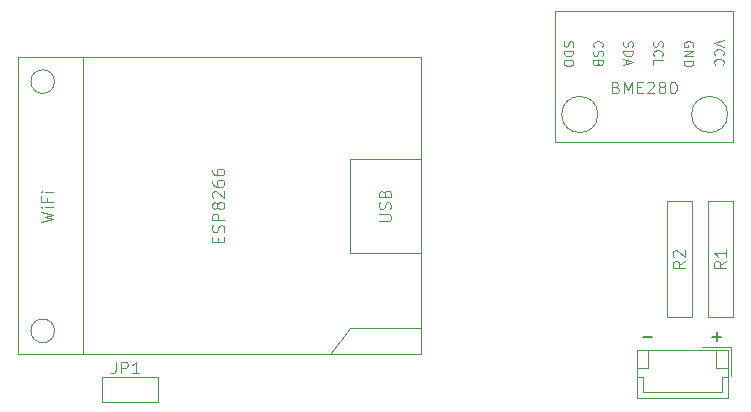
<source format=gbr>
%TF.GenerationSoftware,KiCad,Pcbnew,8.0.5*%
%TF.CreationDate,2024-10-20T20:04:23+02:00*%
%TF.ProjectId,weather,77656174-6865-4722-9e6b-696361645f70,rev?*%
%TF.SameCoordinates,Original*%
%TF.FileFunction,Legend,Top*%
%TF.FilePolarity,Positive*%
%FSLAX46Y46*%
G04 Gerber Fmt 4.6, Leading zero omitted, Abs format (unit mm)*
G04 Created by KiCad (PCBNEW 8.0.5) date 2024-10-20 20:04:23*
%MOMM*%
%LPD*%
G01*
G04 APERTURE LIST*
%ADD10C,0.100000*%
%ADD11C,0.150000*%
%ADD12C,0.120000*%
G04 APERTURE END LIST*
D10*
X116457419Y-89666666D02*
X115981228Y-89999999D01*
X116457419Y-90238094D02*
X115457419Y-90238094D01*
X115457419Y-90238094D02*
X115457419Y-89857142D01*
X115457419Y-89857142D02*
X115505038Y-89761904D01*
X115505038Y-89761904D02*
X115552657Y-89714285D01*
X115552657Y-89714285D02*
X115647895Y-89666666D01*
X115647895Y-89666666D02*
X115790752Y-89666666D01*
X115790752Y-89666666D02*
X115885990Y-89714285D01*
X115885990Y-89714285D02*
X115933609Y-89761904D01*
X115933609Y-89761904D02*
X115981228Y-89857142D01*
X115981228Y-89857142D02*
X115981228Y-90238094D01*
X116457419Y-88714285D02*
X116457419Y-89285713D01*
X116457419Y-88999999D02*
X115457419Y-88999999D01*
X115457419Y-88999999D02*
X115600276Y-89095237D01*
X115600276Y-89095237D02*
X115695514Y-89190475D01*
X115695514Y-89190475D02*
X115743133Y-89285713D01*
X112957419Y-89666666D02*
X112481228Y-89999999D01*
X112957419Y-90238094D02*
X111957419Y-90238094D01*
X111957419Y-90238094D02*
X111957419Y-89857142D01*
X111957419Y-89857142D02*
X112005038Y-89761904D01*
X112005038Y-89761904D02*
X112052657Y-89714285D01*
X112052657Y-89714285D02*
X112147895Y-89666666D01*
X112147895Y-89666666D02*
X112290752Y-89666666D01*
X112290752Y-89666666D02*
X112385990Y-89714285D01*
X112385990Y-89714285D02*
X112433609Y-89761904D01*
X112433609Y-89761904D02*
X112481228Y-89857142D01*
X112481228Y-89857142D02*
X112481228Y-90238094D01*
X112052657Y-89285713D02*
X112005038Y-89238094D01*
X112005038Y-89238094D02*
X111957419Y-89142856D01*
X111957419Y-89142856D02*
X111957419Y-88904761D01*
X111957419Y-88904761D02*
X112005038Y-88809523D01*
X112005038Y-88809523D02*
X112052657Y-88761904D01*
X112052657Y-88761904D02*
X112147895Y-88714285D01*
X112147895Y-88714285D02*
X112243133Y-88714285D01*
X112243133Y-88714285D02*
X112385990Y-88761904D01*
X112385990Y-88761904D02*
X112957419Y-89333332D01*
X112957419Y-89333332D02*
X112957419Y-88714285D01*
X73433609Y-88055237D02*
X73433609Y-87721904D01*
X73957419Y-87579047D02*
X73957419Y-88055237D01*
X73957419Y-88055237D02*
X72957419Y-88055237D01*
X72957419Y-88055237D02*
X72957419Y-87579047D01*
X73909800Y-87198094D02*
X73957419Y-87055237D01*
X73957419Y-87055237D02*
X73957419Y-86817142D01*
X73957419Y-86817142D02*
X73909800Y-86721904D01*
X73909800Y-86721904D02*
X73862180Y-86674285D01*
X73862180Y-86674285D02*
X73766942Y-86626666D01*
X73766942Y-86626666D02*
X73671704Y-86626666D01*
X73671704Y-86626666D02*
X73576466Y-86674285D01*
X73576466Y-86674285D02*
X73528847Y-86721904D01*
X73528847Y-86721904D02*
X73481228Y-86817142D01*
X73481228Y-86817142D02*
X73433609Y-87007618D01*
X73433609Y-87007618D02*
X73385990Y-87102856D01*
X73385990Y-87102856D02*
X73338371Y-87150475D01*
X73338371Y-87150475D02*
X73243133Y-87198094D01*
X73243133Y-87198094D02*
X73147895Y-87198094D01*
X73147895Y-87198094D02*
X73052657Y-87150475D01*
X73052657Y-87150475D02*
X73005038Y-87102856D01*
X73005038Y-87102856D02*
X72957419Y-87007618D01*
X72957419Y-87007618D02*
X72957419Y-86769523D01*
X72957419Y-86769523D02*
X73005038Y-86626666D01*
X73957419Y-86198094D02*
X72957419Y-86198094D01*
X72957419Y-86198094D02*
X72957419Y-85817142D01*
X72957419Y-85817142D02*
X73005038Y-85721904D01*
X73005038Y-85721904D02*
X73052657Y-85674285D01*
X73052657Y-85674285D02*
X73147895Y-85626666D01*
X73147895Y-85626666D02*
X73290752Y-85626666D01*
X73290752Y-85626666D02*
X73385990Y-85674285D01*
X73385990Y-85674285D02*
X73433609Y-85721904D01*
X73433609Y-85721904D02*
X73481228Y-85817142D01*
X73481228Y-85817142D02*
X73481228Y-86198094D01*
X73385990Y-85055237D02*
X73338371Y-85150475D01*
X73338371Y-85150475D02*
X73290752Y-85198094D01*
X73290752Y-85198094D02*
X73195514Y-85245713D01*
X73195514Y-85245713D02*
X73147895Y-85245713D01*
X73147895Y-85245713D02*
X73052657Y-85198094D01*
X73052657Y-85198094D02*
X73005038Y-85150475D01*
X73005038Y-85150475D02*
X72957419Y-85055237D01*
X72957419Y-85055237D02*
X72957419Y-84864761D01*
X72957419Y-84864761D02*
X73005038Y-84769523D01*
X73005038Y-84769523D02*
X73052657Y-84721904D01*
X73052657Y-84721904D02*
X73147895Y-84674285D01*
X73147895Y-84674285D02*
X73195514Y-84674285D01*
X73195514Y-84674285D02*
X73290752Y-84721904D01*
X73290752Y-84721904D02*
X73338371Y-84769523D01*
X73338371Y-84769523D02*
X73385990Y-84864761D01*
X73385990Y-84864761D02*
X73385990Y-85055237D01*
X73385990Y-85055237D02*
X73433609Y-85150475D01*
X73433609Y-85150475D02*
X73481228Y-85198094D01*
X73481228Y-85198094D02*
X73576466Y-85245713D01*
X73576466Y-85245713D02*
X73766942Y-85245713D01*
X73766942Y-85245713D02*
X73862180Y-85198094D01*
X73862180Y-85198094D02*
X73909800Y-85150475D01*
X73909800Y-85150475D02*
X73957419Y-85055237D01*
X73957419Y-85055237D02*
X73957419Y-84864761D01*
X73957419Y-84864761D02*
X73909800Y-84769523D01*
X73909800Y-84769523D02*
X73862180Y-84721904D01*
X73862180Y-84721904D02*
X73766942Y-84674285D01*
X73766942Y-84674285D02*
X73576466Y-84674285D01*
X73576466Y-84674285D02*
X73481228Y-84721904D01*
X73481228Y-84721904D02*
X73433609Y-84769523D01*
X73433609Y-84769523D02*
X73385990Y-84864761D01*
X73052657Y-84293332D02*
X73005038Y-84245713D01*
X73005038Y-84245713D02*
X72957419Y-84150475D01*
X72957419Y-84150475D02*
X72957419Y-83912380D01*
X72957419Y-83912380D02*
X73005038Y-83817142D01*
X73005038Y-83817142D02*
X73052657Y-83769523D01*
X73052657Y-83769523D02*
X73147895Y-83721904D01*
X73147895Y-83721904D02*
X73243133Y-83721904D01*
X73243133Y-83721904D02*
X73385990Y-83769523D01*
X73385990Y-83769523D02*
X73957419Y-84340951D01*
X73957419Y-84340951D02*
X73957419Y-83721904D01*
X72957419Y-82864761D02*
X72957419Y-83055237D01*
X72957419Y-83055237D02*
X73005038Y-83150475D01*
X73005038Y-83150475D02*
X73052657Y-83198094D01*
X73052657Y-83198094D02*
X73195514Y-83293332D01*
X73195514Y-83293332D02*
X73385990Y-83340951D01*
X73385990Y-83340951D02*
X73766942Y-83340951D01*
X73766942Y-83340951D02*
X73862180Y-83293332D01*
X73862180Y-83293332D02*
X73909800Y-83245713D01*
X73909800Y-83245713D02*
X73957419Y-83150475D01*
X73957419Y-83150475D02*
X73957419Y-82959999D01*
X73957419Y-82959999D02*
X73909800Y-82864761D01*
X73909800Y-82864761D02*
X73862180Y-82817142D01*
X73862180Y-82817142D02*
X73766942Y-82769523D01*
X73766942Y-82769523D02*
X73528847Y-82769523D01*
X73528847Y-82769523D02*
X73433609Y-82817142D01*
X73433609Y-82817142D02*
X73385990Y-82864761D01*
X73385990Y-82864761D02*
X73338371Y-82959999D01*
X73338371Y-82959999D02*
X73338371Y-83150475D01*
X73338371Y-83150475D02*
X73385990Y-83245713D01*
X73385990Y-83245713D02*
X73433609Y-83293332D01*
X73433609Y-83293332D02*
X73528847Y-83340951D01*
X72957419Y-81912380D02*
X72957419Y-82102856D01*
X72957419Y-82102856D02*
X73005038Y-82198094D01*
X73005038Y-82198094D02*
X73052657Y-82245713D01*
X73052657Y-82245713D02*
X73195514Y-82340951D01*
X73195514Y-82340951D02*
X73385990Y-82388570D01*
X73385990Y-82388570D02*
X73766942Y-82388570D01*
X73766942Y-82388570D02*
X73862180Y-82340951D01*
X73862180Y-82340951D02*
X73909800Y-82293332D01*
X73909800Y-82293332D02*
X73957419Y-82198094D01*
X73957419Y-82198094D02*
X73957419Y-82007618D01*
X73957419Y-82007618D02*
X73909800Y-81912380D01*
X73909800Y-81912380D02*
X73862180Y-81864761D01*
X73862180Y-81864761D02*
X73766942Y-81817142D01*
X73766942Y-81817142D02*
X73528847Y-81817142D01*
X73528847Y-81817142D02*
X73433609Y-81864761D01*
X73433609Y-81864761D02*
X73385990Y-81912380D01*
X73385990Y-81912380D02*
X73338371Y-82007618D01*
X73338371Y-82007618D02*
X73338371Y-82198094D01*
X73338371Y-82198094D02*
X73385990Y-82293332D01*
X73385990Y-82293332D02*
X73433609Y-82340951D01*
X73433609Y-82340951D02*
X73528847Y-82388570D01*
X58472419Y-86351353D02*
X59472419Y-86113258D01*
X59472419Y-86113258D02*
X58758133Y-85922782D01*
X58758133Y-85922782D02*
X59472419Y-85732306D01*
X59472419Y-85732306D02*
X58472419Y-85494211D01*
X59472419Y-85113258D02*
X58805752Y-85113258D01*
X58472419Y-85113258D02*
X58520038Y-85160877D01*
X58520038Y-85160877D02*
X58567657Y-85113258D01*
X58567657Y-85113258D02*
X58520038Y-85065639D01*
X58520038Y-85065639D02*
X58472419Y-85113258D01*
X58472419Y-85113258D02*
X58567657Y-85113258D01*
X58948609Y-84303735D02*
X58948609Y-84637068D01*
X59472419Y-84637068D02*
X58472419Y-84637068D01*
X58472419Y-84637068D02*
X58472419Y-84160878D01*
X59472419Y-83779925D02*
X58805752Y-83779925D01*
X58472419Y-83779925D02*
X58520038Y-83827544D01*
X58520038Y-83827544D02*
X58567657Y-83779925D01*
X58567657Y-83779925D02*
X58520038Y-83732306D01*
X58520038Y-83732306D02*
X58472419Y-83779925D01*
X58472419Y-83779925D02*
X58567657Y-83779925D01*
X87072419Y-86256115D02*
X87881942Y-86256115D01*
X87881942Y-86256115D02*
X87977180Y-86208496D01*
X87977180Y-86208496D02*
X88024800Y-86160877D01*
X88024800Y-86160877D02*
X88072419Y-86065639D01*
X88072419Y-86065639D02*
X88072419Y-85875163D01*
X88072419Y-85875163D02*
X88024800Y-85779925D01*
X88024800Y-85779925D02*
X87977180Y-85732306D01*
X87977180Y-85732306D02*
X87881942Y-85684687D01*
X87881942Y-85684687D02*
X87072419Y-85684687D01*
X88024800Y-85256115D02*
X88072419Y-85113258D01*
X88072419Y-85113258D02*
X88072419Y-84875163D01*
X88072419Y-84875163D02*
X88024800Y-84779925D01*
X88024800Y-84779925D02*
X87977180Y-84732306D01*
X87977180Y-84732306D02*
X87881942Y-84684687D01*
X87881942Y-84684687D02*
X87786704Y-84684687D01*
X87786704Y-84684687D02*
X87691466Y-84732306D01*
X87691466Y-84732306D02*
X87643847Y-84779925D01*
X87643847Y-84779925D02*
X87596228Y-84875163D01*
X87596228Y-84875163D02*
X87548609Y-85065639D01*
X87548609Y-85065639D02*
X87500990Y-85160877D01*
X87500990Y-85160877D02*
X87453371Y-85208496D01*
X87453371Y-85208496D02*
X87358133Y-85256115D01*
X87358133Y-85256115D02*
X87262895Y-85256115D01*
X87262895Y-85256115D02*
X87167657Y-85208496D01*
X87167657Y-85208496D02*
X87120038Y-85160877D01*
X87120038Y-85160877D02*
X87072419Y-85065639D01*
X87072419Y-85065639D02*
X87072419Y-84827544D01*
X87072419Y-84827544D02*
X87120038Y-84684687D01*
X87548609Y-83922782D02*
X87596228Y-83779925D01*
X87596228Y-83779925D02*
X87643847Y-83732306D01*
X87643847Y-83732306D02*
X87739085Y-83684687D01*
X87739085Y-83684687D02*
X87881942Y-83684687D01*
X87881942Y-83684687D02*
X87977180Y-83732306D01*
X87977180Y-83732306D02*
X88024800Y-83779925D01*
X88024800Y-83779925D02*
X88072419Y-83875163D01*
X88072419Y-83875163D02*
X88072419Y-84256115D01*
X88072419Y-84256115D02*
X87072419Y-84256115D01*
X87072419Y-84256115D02*
X87072419Y-83922782D01*
X87072419Y-83922782D02*
X87120038Y-83827544D01*
X87120038Y-83827544D02*
X87167657Y-83779925D01*
X87167657Y-83779925D02*
X87262895Y-83732306D01*
X87262895Y-83732306D02*
X87358133Y-83732306D01*
X87358133Y-83732306D02*
X87453371Y-83779925D01*
X87453371Y-83779925D02*
X87500990Y-83827544D01*
X87500990Y-83827544D02*
X87548609Y-83922782D01*
X87548609Y-83922782D02*
X87548609Y-84256115D01*
X107119047Y-74933609D02*
X107261904Y-74981228D01*
X107261904Y-74981228D02*
X107309523Y-75028847D01*
X107309523Y-75028847D02*
X107357142Y-75124085D01*
X107357142Y-75124085D02*
X107357142Y-75266942D01*
X107357142Y-75266942D02*
X107309523Y-75362180D01*
X107309523Y-75362180D02*
X107261904Y-75409800D01*
X107261904Y-75409800D02*
X107166666Y-75457419D01*
X107166666Y-75457419D02*
X106785714Y-75457419D01*
X106785714Y-75457419D02*
X106785714Y-74457419D01*
X106785714Y-74457419D02*
X107119047Y-74457419D01*
X107119047Y-74457419D02*
X107214285Y-74505038D01*
X107214285Y-74505038D02*
X107261904Y-74552657D01*
X107261904Y-74552657D02*
X107309523Y-74647895D01*
X107309523Y-74647895D02*
X107309523Y-74743133D01*
X107309523Y-74743133D02*
X107261904Y-74838371D01*
X107261904Y-74838371D02*
X107214285Y-74885990D01*
X107214285Y-74885990D02*
X107119047Y-74933609D01*
X107119047Y-74933609D02*
X106785714Y-74933609D01*
X107785714Y-75457419D02*
X107785714Y-74457419D01*
X107785714Y-74457419D02*
X108119047Y-75171704D01*
X108119047Y-75171704D02*
X108452380Y-74457419D01*
X108452380Y-74457419D02*
X108452380Y-75457419D01*
X108928571Y-74933609D02*
X109261904Y-74933609D01*
X109404761Y-75457419D02*
X108928571Y-75457419D01*
X108928571Y-75457419D02*
X108928571Y-74457419D01*
X108928571Y-74457419D02*
X109404761Y-74457419D01*
X109785714Y-74552657D02*
X109833333Y-74505038D01*
X109833333Y-74505038D02*
X109928571Y-74457419D01*
X109928571Y-74457419D02*
X110166666Y-74457419D01*
X110166666Y-74457419D02*
X110261904Y-74505038D01*
X110261904Y-74505038D02*
X110309523Y-74552657D01*
X110309523Y-74552657D02*
X110357142Y-74647895D01*
X110357142Y-74647895D02*
X110357142Y-74743133D01*
X110357142Y-74743133D02*
X110309523Y-74885990D01*
X110309523Y-74885990D02*
X109738095Y-75457419D01*
X109738095Y-75457419D02*
X110357142Y-75457419D01*
X110928571Y-74885990D02*
X110833333Y-74838371D01*
X110833333Y-74838371D02*
X110785714Y-74790752D01*
X110785714Y-74790752D02*
X110738095Y-74695514D01*
X110738095Y-74695514D02*
X110738095Y-74647895D01*
X110738095Y-74647895D02*
X110785714Y-74552657D01*
X110785714Y-74552657D02*
X110833333Y-74505038D01*
X110833333Y-74505038D02*
X110928571Y-74457419D01*
X110928571Y-74457419D02*
X111119047Y-74457419D01*
X111119047Y-74457419D02*
X111214285Y-74505038D01*
X111214285Y-74505038D02*
X111261904Y-74552657D01*
X111261904Y-74552657D02*
X111309523Y-74647895D01*
X111309523Y-74647895D02*
X111309523Y-74695514D01*
X111309523Y-74695514D02*
X111261904Y-74790752D01*
X111261904Y-74790752D02*
X111214285Y-74838371D01*
X111214285Y-74838371D02*
X111119047Y-74885990D01*
X111119047Y-74885990D02*
X110928571Y-74885990D01*
X110928571Y-74885990D02*
X110833333Y-74933609D01*
X110833333Y-74933609D02*
X110785714Y-74981228D01*
X110785714Y-74981228D02*
X110738095Y-75076466D01*
X110738095Y-75076466D02*
X110738095Y-75266942D01*
X110738095Y-75266942D02*
X110785714Y-75362180D01*
X110785714Y-75362180D02*
X110833333Y-75409800D01*
X110833333Y-75409800D02*
X110928571Y-75457419D01*
X110928571Y-75457419D02*
X111119047Y-75457419D01*
X111119047Y-75457419D02*
X111214285Y-75409800D01*
X111214285Y-75409800D02*
X111261904Y-75362180D01*
X111261904Y-75362180D02*
X111309523Y-75266942D01*
X111309523Y-75266942D02*
X111309523Y-75076466D01*
X111309523Y-75076466D02*
X111261904Y-74981228D01*
X111261904Y-74981228D02*
X111214285Y-74933609D01*
X111214285Y-74933609D02*
X111119047Y-74885990D01*
X111928571Y-74457419D02*
X112023809Y-74457419D01*
X112023809Y-74457419D02*
X112119047Y-74505038D01*
X112119047Y-74505038D02*
X112166666Y-74552657D01*
X112166666Y-74552657D02*
X112214285Y-74647895D01*
X112214285Y-74647895D02*
X112261904Y-74838371D01*
X112261904Y-74838371D02*
X112261904Y-75076466D01*
X112261904Y-75076466D02*
X112214285Y-75266942D01*
X112214285Y-75266942D02*
X112166666Y-75362180D01*
X112166666Y-75362180D02*
X112119047Y-75409800D01*
X112119047Y-75409800D02*
X112023809Y-75457419D01*
X112023809Y-75457419D02*
X111928571Y-75457419D01*
X111928571Y-75457419D02*
X111833333Y-75409800D01*
X111833333Y-75409800D02*
X111785714Y-75362180D01*
X111785714Y-75362180D02*
X111738095Y-75266942D01*
X111738095Y-75266942D02*
X111690476Y-75076466D01*
X111690476Y-75076466D02*
X111690476Y-74838371D01*
X111690476Y-74838371D02*
X111738095Y-74647895D01*
X111738095Y-74647895D02*
X111785714Y-74552657D01*
X111785714Y-74552657D02*
X111833333Y-74505038D01*
X111833333Y-74505038D02*
X111928571Y-74457419D01*
X107811200Y-71028169D02*
X107773104Y-71142455D01*
X107773104Y-71142455D02*
X107773104Y-71332931D01*
X107773104Y-71332931D02*
X107811200Y-71409122D01*
X107811200Y-71409122D02*
X107849295Y-71447217D01*
X107849295Y-71447217D02*
X107925485Y-71485312D01*
X107925485Y-71485312D02*
X108001676Y-71485312D01*
X108001676Y-71485312D02*
X108077866Y-71447217D01*
X108077866Y-71447217D02*
X108115961Y-71409122D01*
X108115961Y-71409122D02*
X108154057Y-71332931D01*
X108154057Y-71332931D02*
X108192152Y-71180550D01*
X108192152Y-71180550D02*
X108230247Y-71104360D01*
X108230247Y-71104360D02*
X108268342Y-71066265D01*
X108268342Y-71066265D02*
X108344533Y-71028169D01*
X108344533Y-71028169D02*
X108420723Y-71028169D01*
X108420723Y-71028169D02*
X108496914Y-71066265D01*
X108496914Y-71066265D02*
X108535009Y-71104360D01*
X108535009Y-71104360D02*
X108573104Y-71180550D01*
X108573104Y-71180550D02*
X108573104Y-71371027D01*
X108573104Y-71371027D02*
X108535009Y-71485312D01*
X107773104Y-71828170D02*
X108573104Y-71828170D01*
X108573104Y-71828170D02*
X108573104Y-72018646D01*
X108573104Y-72018646D02*
X108535009Y-72132932D01*
X108535009Y-72132932D02*
X108458819Y-72209122D01*
X108458819Y-72209122D02*
X108382628Y-72247217D01*
X108382628Y-72247217D02*
X108230247Y-72285313D01*
X108230247Y-72285313D02*
X108115961Y-72285313D01*
X108115961Y-72285313D02*
X107963580Y-72247217D01*
X107963580Y-72247217D02*
X107887390Y-72209122D01*
X107887390Y-72209122D02*
X107811200Y-72132932D01*
X107811200Y-72132932D02*
X107773104Y-72018646D01*
X107773104Y-72018646D02*
X107773104Y-71828170D01*
X108001676Y-72590074D02*
X108001676Y-72971027D01*
X107773104Y-72513884D02*
X108573104Y-72780551D01*
X108573104Y-72780551D02*
X107773104Y-73047217D01*
X116253104Y-70951979D02*
X115453104Y-71218646D01*
X115453104Y-71218646D02*
X116253104Y-71485312D01*
X115529295Y-72209122D02*
X115491200Y-72171026D01*
X115491200Y-72171026D02*
X115453104Y-72056741D01*
X115453104Y-72056741D02*
X115453104Y-71980550D01*
X115453104Y-71980550D02*
X115491200Y-71866264D01*
X115491200Y-71866264D02*
X115567390Y-71790074D01*
X115567390Y-71790074D02*
X115643580Y-71751979D01*
X115643580Y-71751979D02*
X115795961Y-71713883D01*
X115795961Y-71713883D02*
X115910247Y-71713883D01*
X115910247Y-71713883D02*
X116062628Y-71751979D01*
X116062628Y-71751979D02*
X116138819Y-71790074D01*
X116138819Y-71790074D02*
X116215009Y-71866264D01*
X116215009Y-71866264D02*
X116253104Y-71980550D01*
X116253104Y-71980550D02*
X116253104Y-72056741D01*
X116253104Y-72056741D02*
X116215009Y-72171026D01*
X116215009Y-72171026D02*
X116176914Y-72209122D01*
X115529295Y-73009122D02*
X115491200Y-72971026D01*
X115491200Y-72971026D02*
X115453104Y-72856741D01*
X115453104Y-72856741D02*
X115453104Y-72780550D01*
X115453104Y-72780550D02*
X115491200Y-72666264D01*
X115491200Y-72666264D02*
X115567390Y-72590074D01*
X115567390Y-72590074D02*
X115643580Y-72551979D01*
X115643580Y-72551979D02*
X115795961Y-72513883D01*
X115795961Y-72513883D02*
X115910247Y-72513883D01*
X115910247Y-72513883D02*
X116062628Y-72551979D01*
X116062628Y-72551979D02*
X116138819Y-72590074D01*
X116138819Y-72590074D02*
X116215009Y-72666264D01*
X116215009Y-72666264D02*
X116253104Y-72780550D01*
X116253104Y-72780550D02*
X116253104Y-72856741D01*
X116253104Y-72856741D02*
X116215009Y-72971026D01*
X116215009Y-72971026D02*
X116176914Y-73009122D01*
X113655009Y-71485312D02*
X113693104Y-71409122D01*
X113693104Y-71409122D02*
X113693104Y-71294836D01*
X113693104Y-71294836D02*
X113655009Y-71180550D01*
X113655009Y-71180550D02*
X113578819Y-71104360D01*
X113578819Y-71104360D02*
X113502628Y-71066265D01*
X113502628Y-71066265D02*
X113350247Y-71028169D01*
X113350247Y-71028169D02*
X113235961Y-71028169D01*
X113235961Y-71028169D02*
X113083580Y-71066265D01*
X113083580Y-71066265D02*
X113007390Y-71104360D01*
X113007390Y-71104360D02*
X112931200Y-71180550D01*
X112931200Y-71180550D02*
X112893104Y-71294836D01*
X112893104Y-71294836D02*
X112893104Y-71371027D01*
X112893104Y-71371027D02*
X112931200Y-71485312D01*
X112931200Y-71485312D02*
X112969295Y-71523408D01*
X112969295Y-71523408D02*
X113235961Y-71523408D01*
X113235961Y-71523408D02*
X113235961Y-71371027D01*
X112893104Y-71866265D02*
X113693104Y-71866265D01*
X113693104Y-71866265D02*
X112893104Y-72323408D01*
X112893104Y-72323408D02*
X113693104Y-72323408D01*
X112893104Y-72704360D02*
X113693104Y-72704360D01*
X113693104Y-72704360D02*
X113693104Y-72894836D01*
X113693104Y-72894836D02*
X113655009Y-73009122D01*
X113655009Y-73009122D02*
X113578819Y-73085312D01*
X113578819Y-73085312D02*
X113502628Y-73123407D01*
X113502628Y-73123407D02*
X113350247Y-73161503D01*
X113350247Y-73161503D02*
X113235961Y-73161503D01*
X113235961Y-73161503D02*
X113083580Y-73123407D01*
X113083580Y-73123407D02*
X113007390Y-73085312D01*
X113007390Y-73085312D02*
X112931200Y-73009122D01*
X112931200Y-73009122D02*
X112893104Y-72894836D01*
X112893104Y-72894836D02*
X112893104Y-72704360D01*
X102751200Y-71028169D02*
X102713104Y-71142455D01*
X102713104Y-71142455D02*
X102713104Y-71332931D01*
X102713104Y-71332931D02*
X102751200Y-71409122D01*
X102751200Y-71409122D02*
X102789295Y-71447217D01*
X102789295Y-71447217D02*
X102865485Y-71485312D01*
X102865485Y-71485312D02*
X102941676Y-71485312D01*
X102941676Y-71485312D02*
X103017866Y-71447217D01*
X103017866Y-71447217D02*
X103055961Y-71409122D01*
X103055961Y-71409122D02*
X103094057Y-71332931D01*
X103094057Y-71332931D02*
X103132152Y-71180550D01*
X103132152Y-71180550D02*
X103170247Y-71104360D01*
X103170247Y-71104360D02*
X103208342Y-71066265D01*
X103208342Y-71066265D02*
X103284533Y-71028169D01*
X103284533Y-71028169D02*
X103360723Y-71028169D01*
X103360723Y-71028169D02*
X103436914Y-71066265D01*
X103436914Y-71066265D02*
X103475009Y-71104360D01*
X103475009Y-71104360D02*
X103513104Y-71180550D01*
X103513104Y-71180550D02*
X103513104Y-71371027D01*
X103513104Y-71371027D02*
X103475009Y-71485312D01*
X102713104Y-71828170D02*
X103513104Y-71828170D01*
X103513104Y-71828170D02*
X103513104Y-72018646D01*
X103513104Y-72018646D02*
X103475009Y-72132932D01*
X103475009Y-72132932D02*
X103398819Y-72209122D01*
X103398819Y-72209122D02*
X103322628Y-72247217D01*
X103322628Y-72247217D02*
X103170247Y-72285313D01*
X103170247Y-72285313D02*
X103055961Y-72285313D01*
X103055961Y-72285313D02*
X102903580Y-72247217D01*
X102903580Y-72247217D02*
X102827390Y-72209122D01*
X102827390Y-72209122D02*
X102751200Y-72132932D01*
X102751200Y-72132932D02*
X102713104Y-72018646D01*
X102713104Y-72018646D02*
X102713104Y-71828170D01*
X103513104Y-72780551D02*
X103513104Y-72932932D01*
X103513104Y-72932932D02*
X103475009Y-73009122D01*
X103475009Y-73009122D02*
X103398819Y-73085313D01*
X103398819Y-73085313D02*
X103246438Y-73123408D01*
X103246438Y-73123408D02*
X102979771Y-73123408D01*
X102979771Y-73123408D02*
X102827390Y-73085313D01*
X102827390Y-73085313D02*
X102751200Y-73009122D01*
X102751200Y-73009122D02*
X102713104Y-72932932D01*
X102713104Y-72932932D02*
X102713104Y-72780551D01*
X102713104Y-72780551D02*
X102751200Y-72704360D01*
X102751200Y-72704360D02*
X102827390Y-72628170D01*
X102827390Y-72628170D02*
X102979771Y-72590074D01*
X102979771Y-72590074D02*
X103246438Y-72590074D01*
X103246438Y-72590074D02*
X103398819Y-72628170D01*
X103398819Y-72628170D02*
X103475009Y-72704360D01*
X103475009Y-72704360D02*
X103513104Y-72780551D01*
X110321200Y-71028169D02*
X110283104Y-71142455D01*
X110283104Y-71142455D02*
X110283104Y-71332931D01*
X110283104Y-71332931D02*
X110321200Y-71409122D01*
X110321200Y-71409122D02*
X110359295Y-71447217D01*
X110359295Y-71447217D02*
X110435485Y-71485312D01*
X110435485Y-71485312D02*
X110511676Y-71485312D01*
X110511676Y-71485312D02*
X110587866Y-71447217D01*
X110587866Y-71447217D02*
X110625961Y-71409122D01*
X110625961Y-71409122D02*
X110664057Y-71332931D01*
X110664057Y-71332931D02*
X110702152Y-71180550D01*
X110702152Y-71180550D02*
X110740247Y-71104360D01*
X110740247Y-71104360D02*
X110778342Y-71066265D01*
X110778342Y-71066265D02*
X110854533Y-71028169D01*
X110854533Y-71028169D02*
X110930723Y-71028169D01*
X110930723Y-71028169D02*
X111006914Y-71066265D01*
X111006914Y-71066265D02*
X111045009Y-71104360D01*
X111045009Y-71104360D02*
X111083104Y-71180550D01*
X111083104Y-71180550D02*
X111083104Y-71371027D01*
X111083104Y-71371027D02*
X111045009Y-71485312D01*
X110359295Y-72285313D02*
X110321200Y-72247217D01*
X110321200Y-72247217D02*
X110283104Y-72132932D01*
X110283104Y-72132932D02*
X110283104Y-72056741D01*
X110283104Y-72056741D02*
X110321200Y-71942455D01*
X110321200Y-71942455D02*
X110397390Y-71866265D01*
X110397390Y-71866265D02*
X110473580Y-71828170D01*
X110473580Y-71828170D02*
X110625961Y-71790074D01*
X110625961Y-71790074D02*
X110740247Y-71790074D01*
X110740247Y-71790074D02*
X110892628Y-71828170D01*
X110892628Y-71828170D02*
X110968819Y-71866265D01*
X110968819Y-71866265D02*
X111045009Y-71942455D01*
X111045009Y-71942455D02*
X111083104Y-72056741D01*
X111083104Y-72056741D02*
X111083104Y-72132932D01*
X111083104Y-72132932D02*
X111045009Y-72247217D01*
X111045009Y-72247217D02*
X111006914Y-72285313D01*
X110283104Y-73009122D02*
X110283104Y-72628170D01*
X110283104Y-72628170D02*
X111083104Y-72628170D01*
X105289295Y-71523408D02*
X105251200Y-71485312D01*
X105251200Y-71485312D02*
X105213104Y-71371027D01*
X105213104Y-71371027D02*
X105213104Y-71294836D01*
X105213104Y-71294836D02*
X105251200Y-71180550D01*
X105251200Y-71180550D02*
X105327390Y-71104360D01*
X105327390Y-71104360D02*
X105403580Y-71066265D01*
X105403580Y-71066265D02*
X105555961Y-71028169D01*
X105555961Y-71028169D02*
X105670247Y-71028169D01*
X105670247Y-71028169D02*
X105822628Y-71066265D01*
X105822628Y-71066265D02*
X105898819Y-71104360D01*
X105898819Y-71104360D02*
X105975009Y-71180550D01*
X105975009Y-71180550D02*
X106013104Y-71294836D01*
X106013104Y-71294836D02*
X106013104Y-71371027D01*
X106013104Y-71371027D02*
X105975009Y-71485312D01*
X105975009Y-71485312D02*
X105936914Y-71523408D01*
X105251200Y-71828169D02*
X105213104Y-71942455D01*
X105213104Y-71942455D02*
X105213104Y-72132931D01*
X105213104Y-72132931D02*
X105251200Y-72209122D01*
X105251200Y-72209122D02*
X105289295Y-72247217D01*
X105289295Y-72247217D02*
X105365485Y-72285312D01*
X105365485Y-72285312D02*
X105441676Y-72285312D01*
X105441676Y-72285312D02*
X105517866Y-72247217D01*
X105517866Y-72247217D02*
X105555961Y-72209122D01*
X105555961Y-72209122D02*
X105594057Y-72132931D01*
X105594057Y-72132931D02*
X105632152Y-71980550D01*
X105632152Y-71980550D02*
X105670247Y-71904360D01*
X105670247Y-71904360D02*
X105708342Y-71866265D01*
X105708342Y-71866265D02*
X105784533Y-71828169D01*
X105784533Y-71828169D02*
X105860723Y-71828169D01*
X105860723Y-71828169D02*
X105936914Y-71866265D01*
X105936914Y-71866265D02*
X105975009Y-71904360D01*
X105975009Y-71904360D02*
X106013104Y-71980550D01*
X106013104Y-71980550D02*
X106013104Y-72171027D01*
X106013104Y-72171027D02*
X105975009Y-72285312D01*
X105632152Y-72894836D02*
X105594057Y-73009122D01*
X105594057Y-73009122D02*
X105555961Y-73047217D01*
X105555961Y-73047217D02*
X105479771Y-73085313D01*
X105479771Y-73085313D02*
X105365485Y-73085313D01*
X105365485Y-73085313D02*
X105289295Y-73047217D01*
X105289295Y-73047217D02*
X105251200Y-73009122D01*
X105251200Y-73009122D02*
X105213104Y-72932932D01*
X105213104Y-72932932D02*
X105213104Y-72628170D01*
X105213104Y-72628170D02*
X106013104Y-72628170D01*
X106013104Y-72628170D02*
X106013104Y-72894836D01*
X106013104Y-72894836D02*
X105975009Y-72971027D01*
X105975009Y-72971027D02*
X105936914Y-73009122D01*
X105936914Y-73009122D02*
X105860723Y-73047217D01*
X105860723Y-73047217D02*
X105784533Y-73047217D01*
X105784533Y-73047217D02*
X105708342Y-73009122D01*
X105708342Y-73009122D02*
X105670247Y-72971027D01*
X105670247Y-72971027D02*
X105632152Y-72894836D01*
X105632152Y-72894836D02*
X105632152Y-72628170D01*
D11*
X109464285Y-96073866D02*
X110226190Y-96073866D01*
X115273810Y-96073866D02*
X116035715Y-96073866D01*
X115654762Y-96454819D02*
X115654762Y-95692914D01*
D10*
X64766666Y-98157419D02*
X64766666Y-98871704D01*
X64766666Y-98871704D02*
X64719047Y-99014561D01*
X64719047Y-99014561D02*
X64623809Y-99109800D01*
X64623809Y-99109800D02*
X64480952Y-99157419D01*
X64480952Y-99157419D02*
X64385714Y-99157419D01*
X65242857Y-99157419D02*
X65242857Y-98157419D01*
X65242857Y-98157419D02*
X65623809Y-98157419D01*
X65623809Y-98157419D02*
X65719047Y-98205038D01*
X65719047Y-98205038D02*
X65766666Y-98252657D01*
X65766666Y-98252657D02*
X65814285Y-98347895D01*
X65814285Y-98347895D02*
X65814285Y-98490752D01*
X65814285Y-98490752D02*
X65766666Y-98585990D01*
X65766666Y-98585990D02*
X65719047Y-98633609D01*
X65719047Y-98633609D02*
X65623809Y-98681228D01*
X65623809Y-98681228D02*
X65242857Y-98681228D01*
X66766666Y-99157419D02*
X66195238Y-99157419D01*
X66480952Y-99157419D02*
X66480952Y-98157419D01*
X66480952Y-98157419D02*
X66385714Y-98300276D01*
X66385714Y-98300276D02*
X66290476Y-98395514D01*
X66290476Y-98395514D02*
X66195238Y-98443133D01*
%TO.C,R1*%
X117050000Y-94400000D02*
X114950000Y-94400000D01*
X114950000Y-84600000D01*
X117050000Y-84600000D01*
X117050000Y-94400000D01*
%TO.C,R2*%
X111450000Y-84600000D02*
X113550000Y-84600000D01*
X113550000Y-94400000D01*
X111450000Y-94400000D01*
X111450000Y-84600000D01*
%TO.C,ESP8266*%
X62000000Y-97460000D02*
X62000000Y-72460000D01*
X83000000Y-97460000D02*
X84600000Y-95360000D01*
X84600000Y-95360000D02*
X90600000Y-95360000D01*
X56550000Y-97510000D02*
X90650000Y-97510000D01*
X90650000Y-72410000D01*
X56550000Y-72410000D01*
X56550000Y-97510000D01*
X84650000Y-89010000D02*
X90650000Y-89010000D01*
X90650000Y-81010000D01*
X84650000Y-81010000D01*
X84650000Y-89010000D01*
X59600000Y-74460000D02*
G75*
G02*
X57600000Y-74460000I-1000000J0D01*
G01*
X57600000Y-74460000D02*
G75*
G02*
X59600000Y-74460000I1000000J0D01*
G01*
X59600000Y-95560000D02*
G75*
G02*
X57600000Y-95560000I-1000000J0D01*
G01*
X57600000Y-95560000D02*
G75*
G02*
X59600000Y-95560000I1000000J0D01*
G01*
%TO.C,BME280*%
X101950000Y-68450000D02*
X117050000Y-68450000D01*
X117050000Y-79550000D01*
X101950000Y-79550000D01*
X101950000Y-68450000D01*
X105597416Y-77240000D02*
G75*
G02*
X102542584Y-77240000I-1527416J0D01*
G01*
X102542584Y-77240000D02*
G75*
G02*
X105597416Y-77240000I1527416J0D01*
G01*
X116587416Y-77240000D02*
G75*
G02*
X113532584Y-77240000I-1527416J0D01*
G01*
X113532584Y-77240000D02*
G75*
G02*
X116587416Y-77240000I1527416J0D01*
G01*
D12*
%TO.C,-      +*%
X108890000Y-97190000D02*
X108890000Y-101210000D01*
X108890000Y-98690000D02*
X109890000Y-98690000D01*
X108890000Y-101210000D02*
X116610000Y-101210000D01*
X109390000Y-99500000D02*
X108890000Y-99500000D01*
X109390000Y-100710000D02*
X109390000Y-99500000D01*
X109890000Y-98690000D02*
X109890000Y-97190000D01*
X115610000Y-98690000D02*
X115610000Y-97190000D01*
X116110000Y-99500000D02*
X116110000Y-100710000D01*
X116110000Y-100710000D02*
X109390000Y-100710000D01*
X116610000Y-97190000D02*
X108890000Y-97190000D01*
X116610000Y-98690000D02*
X115610000Y-98690000D01*
X116610000Y-99500000D02*
X116110000Y-99500000D01*
X116610000Y-101210000D02*
X116610000Y-97190000D01*
X116910000Y-96890000D02*
X114410000Y-96890000D01*
X116910000Y-99390000D02*
X116910000Y-96890000D01*
%TO.C,JP1*%
D10*
X68350000Y-99450000D02*
X63650000Y-99450000D01*
X63650000Y-101550000D01*
X68350000Y-101550000D01*
X68350000Y-99450000D01*
%TD*%
M02*

</source>
